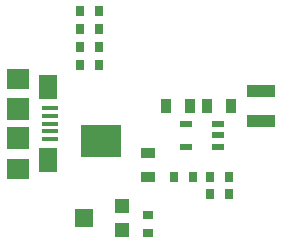
<source format=gtp>
%TF.FileFunction,Paste,Top*%
%FSLAX46Y46*%
G04 Gerber Fmt 4.6, Leading zero omitted, Abs format (unit mm)*
G04 Created by KiCad (PCBNEW (after 2015-jan-16 BZR unknown)-product) date Mon 27 Apr 2015 12:49:16 PM CEST*
%MOMM*%
G01*
G04 APERTURE LIST*
%ADD10C,0.100000*%
%ADD11R,1.050000X0.600000*%
%ADD12R,3.400000X2.700000*%
%ADD13R,1.300000X0.900000*%
%ADD14R,0.900000X1.300000*%
%ADD15R,0.800000X0.900000*%
%ADD16R,2.400000X1.100000*%
%ADD17R,0.900000X0.800000*%
%ADD18R,1.500000X1.600000*%
%ADD19R,1.200000X1.200000*%
%ADD20R,1.600000X2.100000*%
%ADD21R,1.900000X1.900000*%
%ADD22R,1.350000X0.400000*%
%ADD23R,1.900000X1.800000*%
G04 APERTURE END LIST*
D10*
D11*
X136350000Y-99950000D03*
X136350000Y-99000000D03*
X136350000Y-98050000D03*
X133650000Y-98050000D03*
X133650000Y-99950000D03*
D12*
X126500000Y-99500000D03*
D13*
X130500000Y-102500000D03*
X130500000Y-100500000D03*
D14*
X132000000Y-96500000D03*
X134000000Y-96500000D03*
X137500000Y-96500000D03*
X135500000Y-96500000D03*
D15*
X124700000Y-90000000D03*
X126300000Y-90000000D03*
X124700000Y-88500000D03*
X126300000Y-88500000D03*
D16*
X140000000Y-97800000D03*
X140000000Y-95200000D03*
D15*
X126300000Y-93000000D03*
X124700000Y-93000000D03*
X126300000Y-91500000D03*
X124700000Y-91500000D03*
D17*
X130500000Y-105700000D03*
X130500000Y-107300000D03*
D15*
X134300000Y-102500000D03*
X132700000Y-102500000D03*
X137300000Y-104000000D03*
X135700000Y-104000000D03*
D18*
X125050000Y-106000000D03*
D19*
X128300000Y-107000000D03*
X128300000Y-105000000D03*
D15*
X135700000Y-102500000D03*
X137300000Y-102500000D03*
D20*
X122000000Y-94900000D03*
X122000000Y-101100000D03*
D21*
X119450000Y-96800000D03*
X119450000Y-99200000D03*
D22*
X122125000Y-96700000D03*
X122125000Y-97350000D03*
X122125000Y-98000000D03*
X122125000Y-98650000D03*
X122125000Y-99300000D03*
D23*
X119450000Y-94200000D03*
X119450000Y-101800000D03*
M02*

</source>
